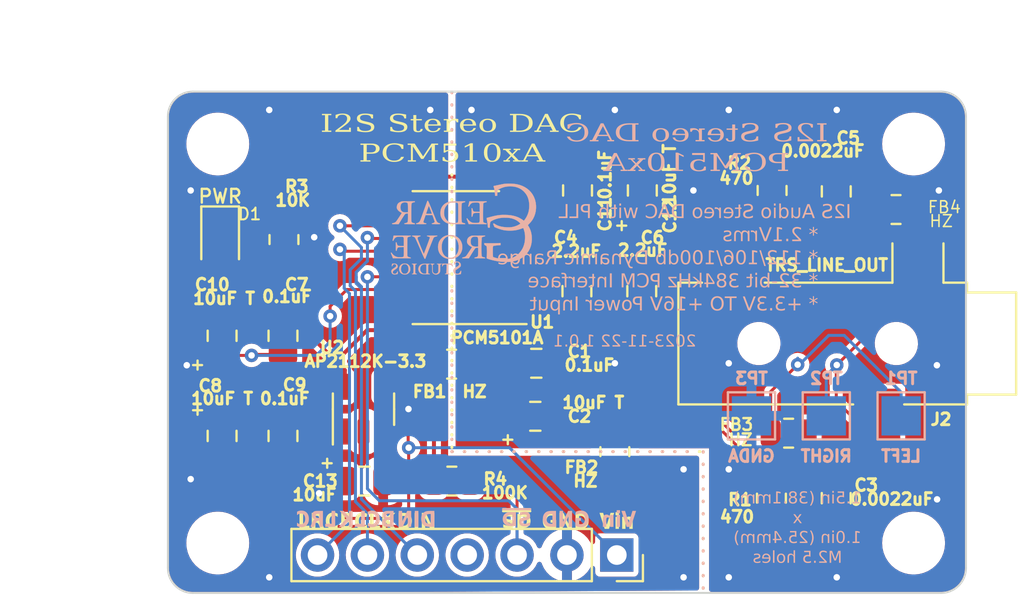
<source format=kicad_pcb>
(kicad_pcb (version 20221018) (generator pcbnew)
  (title_block (title "PCM510x_I2S_DAC Breakout") (date "2023-11-22") (rev "1.0.1") (company "Cedar Grove Studios"))
  (layers (0 "F.Cu" signal) (31 "B.Cu" signal) (34 "B.Paste" user) (35 "F.Paste" user) (36 "B.SilkS" user "B.Silkscreen") (37 "F.SilkS" user "F.Silkscreen") (38 "B.Mask" user) (39 "F.Mask" user) (44 "Edge.Cuts" user))
  (net 0 "")
  (net 1 "GND")
  (net 2 "Net-(C5-Pad1)")
  (net 3 "Net-(U1-CAPP)")
  (net 4 "Net-(U1-CAPM)")
  (net 5 "Net-(C3-Pad1)")
  (net 6 "/LDOO")
  (net 7 "Net-(U1-VNEG)")
  (net 8 "+3.3V")
  (net 9 "+3.3VA")
  (net 10 "/DIN")
  (net 11 "/BCLK")
  (net 12 "/LRC")
  (net 13 "Net-(D1-A)")
  (net 14 "/~{SD}")
  (net 16 "/OUTL")
  (net 17 "/OUTR")
  (net 18 "GNDA")
  (net 19 "/Vin")
  (net 21 "Net-(FB3-Pad2)")
  (net 22 "Net-(FB4-Pad2)")
  (footprint "LED_SMD:LED_0805_2012Metric" (layer "F.Cu") (at 119.5 98.6 -90)
    (fp_text reference "D1" (at -1.3 -1.5 -180) (layer "F.SilkS") (effects (font (size 0.6 0.6) (thickness 0.1))))
    (fp_text value "PWR" (at -2.2 0) (layer "F.SilkS") (effects (font (size 0.7 0.7) (thickness 0.12) bold)))
    (pad "1" smd roundrect (at -0.9375 0 270) (size 0.975 1.4) (layers "F.Cu" "F.Paste" "F.Mask") (net 1 "GND"))
    (pad "2" smd roundrect (at 0.9375 0 270) (size 0.975 1.4) (layers "F.Cu" "F.Paste" "F.Mask") (net 13 "Net-(D1-A)"))
  )
  (footprint "MountingHole:MountingHole_2.7mm_M2.5" (layer "F.Cu") (at 119.38 93.735129)
    (fp_text reference "REF**" hide)
    (fp_text value "MountingHole_2.7mm_M2.5" hide)
    (pad "" np_thru_hole circle (at 0 0) (size 2.7 2.7) (drill 2.7) (layers "*.Cu" "*.Mask"))
  )
  (footprint "MountingHole:MountingHole_2.7mm_M2.5" (layer "F.Cu") (at 119.38 114.055129)
    (fp_text reference "REF**" hide)
    (fp_text value "MountingHole_2.7mm_M2.5" hide)
    (pad "" np_thru_hole circle (at 0 0) (size 2.7 2.7) (drill 2.7) (layers "*.Cu" "*.Mask"))
  )
  (footprint "Resistor_SMD:R_0805_2012Metric" (layer "F.Cu") (at 122.75 98.6 90)
    (fp_text reference "R3" (at 2.7 0.65 180) (layer "F.SilkS") (effects (font (size 0.6 0.6))))
    (fp_text value "10K" (at 2 0.45 180) (layer "F.SilkS") (effects (font (size 0.6 0.6))))
    (pad "1" smd roundrect (at -0.9125 0 90) (size 1.025 1.4) (layers "F.Cu" "F.Paste" "F.Mask") (roundrect_rratio 0.243902439) (net 8 "+3.3V"))
    (pad "2" smd roundrect (at 0.9125 0 90) (size 1.025 1.4) (layers "F.Cu" "F.Paste" "F.Mask") (roundrect_rratio 0.243902439) (net 13 "Net-(D1-A)"))
  )
  (footprint "Resistor_SMD:R_0805_2012Metric" (layer "F.Cu") (at 147.574 111.769129 -90)
    (fp_text reference "R1" (at 0.080871 1.604) (layer "F.SilkS") (effects (font (size 0.6 0.6))))
    (fp_text value "470" (at 0.950871 1.754) (layer "F.SilkS") (effects (font (size 0.6 0.6))))
    (pad "1" smd roundrect (at -0.9125 0 270) (size 1.025 1.4) (layers "F.Cu" "F.Paste" "F.Mask") (roundrect_rratio 0.243902439) (net 16 "/OUTL"))
    (pad "2" smd roundrect (at 0.9125 0 270) (size 1.025 1.4) (layers "F.Cu" "F.Paste" "F.Mask") (roundrect_rratio 0.243902439) (net 5 "Net-(C3-Pad1)"))
  )
  (footprint "Resistor_SMD:R_0805_2012Metric" (layer "F.Cu") (at 131.2875 104.946129)
    (fp_text reference "FB1" (at -1.1195 1.397 180) (layer "F.SilkS") (effects (font (size 0.6 0.6))))
    (fp_text value "HZ" (at 1.1665 1.397 180) (layer "F.SilkS") (effects (font (size 0.6 0.6))))
    (pad "1" smd roundrect (at -0.9125 0) (size 1.025 1.4) (layers "F.Cu" "F.Paste" "F.Mask") (roundrect_rratio 0.243902439) (net 8 "+3.3V"))
    (pad "2" smd roundrect (at 0.9125 0) (size 1.025 1.4) (layers "F.Cu" "F.Paste" "F.Mask") (roundrect_rratio 0.243902439) (net 9 "+3.3VA"))
  )
  (footprint "Resistor_SMD:R_0805_2012Metric" (layer "F.Cu") (at 153.92 97.07 180)
    (fp_text reference "FB4" (at -2.46 0.12) (layer "F.SilkS") (effects (font (size 0.6 0.6) (thickness 0.08))))
    (fp_text value "HZ" (at -2.3 -0.59) (layer "F.SilkS") (effects (font (size 0.6 0.6) (thickness 0.08))))
    (pad "1" smd roundrect (at -0.9125 0 180) (size 1.025 1.4) (layers "F.Cu" "F.Paste" "F.Mask") (roundrect_rratio 0.243902439) (net 2 "Net-(C5-Pad1)"))
    (pad "2" smd roundrect (at 0.9125 0 180) (size 1.025 1.4) (layers "F.Cu" "F.Paste" "F.Mask") (roundrect_rratio 0.243902439) (net 22 "Net-(FB4-Pad2)"))
  )
  (footprint "Capacitor_SMD:C_0805_2012Metric" (layer "F.Cu") (at 135.55 107.6)
    (fp_text reference "C2" (at 2.25 0 180) (layer "F.SilkS") (effects (font (size 0.6 0.6))))
    (fp_text value "10uF T" (at 2.95 -0.7 180) (layer "F.SilkS") (effects (font (size 0.6 0.6))))
    (pad "1" smd roundrect (at -0.95 0) (size 1 1.45) (layers "F.Cu" "F.Paste" "F.Mask") (net 9 "+3.3VA"))
    (pad "2" smd roundrect (at 0.95 0) (size 1 1.45) (layers "F.Cu" "F.Paste" "F.Mask") (net 18 "GNDA"))
  )
  (footprint "MountingHole:MountingHole_2.7mm_M2.5" (layer "F.Cu") (at 154.813 93.735129)
    (fp_text reference "REF**" hide)
    (fp_text value "MountingHole_2.7mm_M2.5" hide)
    (pad "" np_thru_hole circle (at 0 0) (size 2.7 2.7) (drill 2.7) (layers "*.Cu" "*.Mask"))
  )
  (footprint "Capacitor_SMD:C_0805_2012Metric" (layer "F.Cu") (at 119.6 108.6 -90)
    (fp_text reference "C10" (at -7.7 0.5) (layer "F.SilkS") (effects (font (size 0.6 0.6))))
    (fp_text value "10uF T" (at -1.9 0) (layer "F.SilkS") (effects (font (size 0.6 0.6))))
    (pad "1" smd roundrect (at -0.95 0 270) (size 1 1.45) (layers "F.Cu" "F.Paste" "F.Mask") (net 8 "+3.3V"))
    (pad "2" smd roundrect (at 0.95 0 270) (size 1 1.45) (layers "F.Cu" "F.Paste" "F.Mask") (net 1 "GND"))
  )
  (footprint "Capacitor_SMD:C_0805_2012Metric" (layer "F.Cu") (at 135.6 104.9)
    (fp_text reference "C1" (at 2.2 -0.6 180) (layer "F.SilkS") (effects (font (size 0.6 0.6))))
    (fp_text value "0.1uF" (at 2.7 0.1 180) (layer "F.SilkS") (effects (font (size 0.6 0.6))))
    (pad "1" smd roundrect (at -0.95 0) (size 1 1.45) (layers "F.Cu" "F.Paste" "F.Mask") (net 9 "+3.3VA"))
    (pad "2" smd roundrect (at 0.95 0) (size 1 1.45) (layers "F.Cu" "F.Paste" "F.Mask") (net 18 "GNDA"))
  )
  (footprint "Capacitor_SMD:C_0805_2012Metric" (layer "F.Cu") (at 126.85 110.9)
    (fp_text reference "C13" (at -2.25 0) (layer "F.SilkS") (effects (font (size 0.6 0.6))))
    (fp_text value "10uF" (at -2.55 0.7) (layer "F.SilkS") (effects (font (size 0.6 0.6))))
    (pad "1" smd roundrect (at -0.95 0) (size 1 1.45) (layers "F.Cu" "F.Paste" "F.Mask") (net 19 "/Vin"))
    (pad "2" smd roundrect (at 0.95 0) (size 1 1.45) (layers "F.Cu" "F.Paste" "F.Mask") (net 1 "GND"))
  )
  (footprint "Resistor_SMD:R_0805_2012Metric" (layer "F.Cu") (at 131.3 110.9)
    (fp_text reference "R4" (at 2.2098 -0.1) (layer "F.SilkS") (effects (font (size 0.6 0.6))))
    (fp_text value "100K" (at 2.7 0.6) (layer "F.SilkS") (effects (font (size 0.6 0.6))))
    (pad "1" smd roundrect (at -0.9125 0) (size 1.025 1.4) (layers "F.Cu" "F.Paste" "F.Mask") (roundrect_rratio 0.243902439) (net 8 "+3.3V"))
    (pad "2" smd roundrect (at 0.9125 0) (size 1.025 1.4) (layers "F.Cu" "F.Paste" "F.Mask") (roundrect_rratio 0.243902439) (net 14 "/~{SD}"))
  )
  (footprint "Capacitor_SMD:C_0805_2012Metric" (layer "F.Cu") (at 140.97 101.228129 -90)
    (fp_text reference "C6" (at -2.728129 -0.546) (layer "F.SilkS") (effects (font (size 0.6 0.6))))
    (fp_text value "2.2uF" (at -2.084 -0.038) (layer "F.SilkS") (effects (font (size 0.6 0.6))))
    (pad "1" smd roundrect (at -0.95 0 270) (size 1 1.45) (layers "F.Cu" "F.Paste" "F.Mask") (net 7 "Net-(U1-VNEG)"))
    (pad "2" smd roundrect (at 0.95 0 270) (size 1 1.45) (layers "F.Cu" "F.Paste" "F.Mask") (net 18 "GNDA"))
  )
  (footprint "Connector_PinSocket_2.54mm:PinSocket_1x07_P2.54mm_Vertical" (layer "F.Cu") (at 139.7 114.665129 -90)
    (fp_text reference "J1" hide)
    (fp_text value "EDGE_PINS" hide)
    (pad "1" thru_hole rect (at 0 0 270) (size 1.7 1.7) (drill 1) (layers "*.Cu" "*.Mask") (net 19 "/Vin"))
    (pad "2" thru_hole oval (at 0 2.54 270) (size 1.7 1.7) (drill 1) (layers "*.Cu" "*.Mask") (net 1 "GND"))
    (pad "3" thru_hole oval (at 0 5.08 270) (size 1.7 1.7) (drill 1) (layers "*.Cu" "*.Mask") (net 14 "/~{SD}"))
    (pad "4" thru_hole oval (at 0 7.62 270) (size 1.7 1.7) (drill 1) (layers "*.Cu" "*.Mask"))
    (pad "5" thru_hole oval (at 0 10.16 270) (size 1.7 1.7) (drill 1) (layers "*.Cu" "*.Mask") (net 10 "/DIN"))
    (pad "6" thru_hole oval (at 0 12.7 270) (size 1.7 1.7) (drill 1) (layers "*.Cu" "*.Mask") (net 11 "/BCLK"))
    (pad "7" thru_hole oval (at 0 15.24 270) (size 1.7 1.7) (drill 1) (layers "*.Cu" "*.Mask") (net 12 "/LRC"))
  )
  (footprint "Capacitor_SMD:C_0805_2012Metric" (layer "F.Cu") (at 122.7 103.5 90)
    (fp_text reference "C7" (at 2.6 0.7) (layer "F.SilkS") (effects (font (size 0.6 0.6))))
    (fp_text value "0.1uF" (at 2 0.2) (layer "F.SilkS") (effects (font (size 0.6 0.6))))
    (pad "1" smd roundrect (at -0.95 0 90) (size 1 1.45) (layers "F.Cu" "F.Paste" "F.Mask") (net 6 "/LDOO"))
    (pad "2" smd roundrect (at 0.95 0 90) (size 1 1.45) (layers "F.Cu" "F.Paste" "F.Mask") (net 1 "GND"))
  )
  (footprint "Resistor_SMD:R_0805_2012Metric" (layer "F.Cu") (at 148.45 108.46 180)
    (fp_text reference "FB3" (at 2.66 0.44) (layer "F.SilkS") (effects (font (size 0.6 0.6) (thickness 0.125))))
    (fp_text value "HZ" (at 2.45 -0.34) (layer "F.SilkS") (effects (font (size 0.6 0.6) (thickness 0.125))))
    (pad "1" smd roundrect (at -0.9125 0 180) (size 1.025 1.4) (layers "F.Cu" "F.Paste" "F.Mask") (roundrect_rratio 0.243902439) (net 5 "Net-(C3-Pad1)"))
    (pad "2" smd roundrect (at 0.9125 0 180) (size 1.025 1.4) (layers "F.Cu" "F.Paste" "F.Mask") (roundrect_rratio 0.243902439) (net 21 "Net-(FB3-Pad2)"))
  )
  (footprint "Capacitor_SMD:C_0805_2012Metric" (layer "F.Cu") (at 137.7 96.1 90)
    (fp_text reference "C11" (at -1.2 1.4 90) (layer "F.SilkS") (effects (font (size 0.6 0.6))))
    (fp_text value "0.1uF" (at 0.8 1.4 90) (layer "F.SilkS") (effects (font (size 0.6 0.6))))
    (pad "1" smd roundrect (at -0.95 0 90) (size 1 1.45) (layers "F.Cu" "F.Paste" "F.Mask") (net 9 "+3.3VA"))
    (pad "2" smd roundrect (at 0.95 0 90) (size 1 1.45) (layers "F.Cu" "F.Paste" "F.Mask") (net 18 "GNDA"))
  )
  (footprint "Package_SO:TSSOP-20_4.4x6.5mm_P0.65mm" (layer "F.Cu") (at 131.5035 99.5198 180)
    (fp_text reference "U1" (at -4.3965 -3.2802) (layer "F.SilkS") (effects (font (size 0.6 0.6))))
    (fp_text value "PCM5101A" (at -2.0965 -4.0802) (layer "F.SilkS") (effects (font (size 0.6 0.6))))
    (pad "1" smd roundrect (at -2.8625 -2.925 180) (size 1.475 0.4) (layers "F.Cu" "F.Paste" "F.Mask") (net 9 "+3.3VA"))
    (pad "2" smd roundrect (at -2.8625 -2.275 180) (size 1.475 0.4) (layers "F.Cu" "F.Paste" "F.Mask") (net 3 "Net-(U1-CAPP)"))
    (pad "3" smd roundrect (at -2.8625 -1.625 180) (size 1.475 0.4) (layers "F.Cu" "F.Paste" "F.Mask") (net 18 "GNDA"))
    (pad "4" smd roundrect (at -2.8625 -0.975 180) (size 1.475 0.4) (layers "F.Cu" "F.Paste" "F.Mask") (net 4 "Net-(U1-CAPM)"))
    (pad "5" smd roundrect (at -2.8625 -0.325 180) (size 1.475 0.4) (layers "F.Cu" "F.Paste" "F.Mask") (net 7 "Net-(U1-VNEG)"))
    (pad "6" smd roundrect (at -2.8625 0.325 180) (size 1.475 0.4) (layers "F.Cu" "F.Paste" "F.Mask") (net 16 "/OUTL"))
    (pad "7" smd roundrect (at -2.8625 0.975 180) (size 1.475 0.4) (layers "F.Cu" "F.Paste" "F.Mask") (net 17 "/OUTR"))
    (pad "8" smd roundrect (at -2.8625 1.625 180) (size 1.475 0.4) (layers "F.Cu" "F.Paste" "F.Mask") (net 9 "+3.3VA"))
    (pad "9" smd roundrect (at -2.8625 2.275 180) (size 1.475 0.4) (layers "F.Cu" "F.Paste" "F.Mask") (net 18 "GNDA"))
    (pad "10" smd roundrect (at -2.8625 2.925 180) (size 1.475 0.4) (layers "F.Cu" "F.Paste" "F.Mask") (net 1 "GND"))
    (pad "11" smd roundrect (at 2.8625 2.925 180) (size 1.475 0.4) (layers "F.Cu" "F.Paste" "F.Mask") (net 1 "GND"))
    (pad "12" smd roundrect (at 2.8625 2.275 180) (size 1.475 0.4) (layers "F.Cu" "F.Paste" "F.Mask") (net 1 "GND"))
    (pad "13" smd roundrect (at 2.8625 1.625 180) (size 1.475 0.4) (layers "F.Cu" "F.Paste" "F.Mask") (net 11 "/BCLK"))
    (pad "14" smd roundrect (at 2.8625 0.975 180) (size 1.475 0.4) (layers "F.Cu" "F.Paste" "F.Mask") (net 10 "/DIN"))
    (pad "15" smd roundrect (at 2.8625 0.325 180) (size 1.475 0.4) (layers "F.Cu" "F.Paste" "F.Mask") (net 12 "/LRC"))
    (pad "16" smd roundrect (at 2.8625 -0.325 180) (size 1.475 0.4) (layers "F.Cu" "F.Paste" "F.Mask") (net 1 "GND"))
    (pad "17" smd roundrect (at 2.8625 -0.975 180) (size 1.475 0.4) (layers "F.Cu" "F.Paste" "F.Mask") (net 14 "/~{SD}"))
    (pad "18" smd roundrect (at 2.8625 -1.625 180) (size 1.475 0.4) (layers "F.Cu" "F.Paste" "F.Mask") (net 6 "/LDOO"))
    (pad "19" smd roundrect (at 2.8625 -2.275 180) (size 1.475 0.4) (layers "F.Cu" "F.Paste" "F.Mask") (net 1 "GND"))
    (pad "20" smd roundrect (at 2.8625 -2.925 180) (size 1.475 0.4) (layers "F.Cu" "F.Paste" "F.Mask") (net 8 "+3.3V"))
  )
  (footprint "Connector_Audio:Jack_3.5mm_CUI_SJ-3523-SMT_Horizontal" (layer "F.Cu") (at 151.435 103.895129 -90)
    (fp_text reference "J2" (at 3.8608 -4.775) (layer "F.SilkS") (effects (font (size 0.6 0.6))))
    (fp_text value "TRS_LINE_OUT" (at -3.995129 1.045) (layer "F.SilkS") (effects (font (size 0.6 0.6))))
    (pad "" np_thru_hole circle (at 0 -2.5 270) (size 1.7 1.7) (drill 1.7) (layers "*.Cu" "*.Mask"))
    (pad "" np_thru_hole circle (at 0 4.5 270) (size 1.7 1.7) (drill 1.7) (layers "*.Cu" "*.Mask"))
    (pad "R" smd rect (at 3.7 -1.6 270) (size 2.8 2.2) (layers "F.Cu" "F.Paste" "F.Mask") (net 22 "Net-(FB4-Pad2)"))
    (pad "S" smd rect (at -3.7 -3.6 270) (size 2.8 2.2) (layers "F.Cu" "F.Paste" "F.Mask") (net 18 "GNDA"))
    (pad "T" smd rect (at -3.7 5.8 270) (size 2.8 2.8) (layers "F.Cu" "F.Paste" "F.Mask") (net 21 "Net-(FB3-Pad2)"))
  )
  (footprint "Capacitor_SMD:C_0805_2012Metric" (layer "F.Cu") (at 137.668 101.228129 -90)
    (fp_text reference "C4" (at -2.728129 0.568) (layer "F.SilkS") (effects (font (size 0.6 0.6))))
    (fp_text value "2.2uF" (at -2.032 0.038) (layer "F.SilkS") (effects (font (size 0.6 0.6))))
    (pad "1" smd roundrect (at -0.95 0 270) (size 1 1.45) (layers "F.Cu" "F.Paste" "F.Mask") (net 4 "Net-(U1-CAPM)"))
    (pad "2" smd roundrect (at 0.95 0 270) (size 1 1.45) (layers "F.Cu" "F.Paste" "F.Mask") (net 3 "Net-(U1-CAPP)"))
  )
  (footprint "Resistor_SMD:R_0805_2012Metric" (layer "F.Cu") (at 147.608 96.100129 90)
    (fp_text reference "R2" (at 1.390129 -1.668) (layer "F.SilkS") (effects (font (size 0.6 0.6))))
    (fp_text value "470" (at 0.620129 -1.818) (layer "F.SilkS") (effects (font (size 0.6 0.6))))
    (pad "1" smd roundrect (at -0.9125 0 90) (size 1.025 1.4) (layers "F.Cu" "F.Paste" "F.Mask") (roundrect_rratio 0.243902439) (net 17 "/OUTR"))
    (pad "2" smd roundrect (at 0.9125 0 90) (size 1.025 1.4) (layers "F.Cu" "F.Paste" "F.Mask") (roundrect_rratio 0.243902439) (net 2 "Net-(C5-Pad1)"))
  )
  (footprint "Resistor_SMD:R_0805_2012Metric" (layer "F.Cu") (at 139.6 109.4 90)
    (fp_text reference "FB2" (at -0.8 -1.7 180) (layer "F.SilkS") (effects (font (size 0.6 0.6))))
    (fp_text value "HZ" (at -1.5 -1.5 180) (layer "F.SilkS") (effects (font (size 0.6 0.6))))
    (pad "1" smd roundrect (at -0.9125 0 90) (size 1.025 1.4) (layers "F.Cu" "F.Paste" "F.Mask") (roundrect_rratio 0.243902439) (net 1 "GND"))
    (pad "2" smd roundrect (at 0.9125 0 90) (size 1.025 1.4) (layers "F.Cu" "F.Paste" "F.Mask") (roundrect_rratio 0.243902439) (net 18 "GNDA"))
  )
  (footprint "Capacitor_SMD:C_0805_2012Metric" (layer "F.Cu") (at 122.7 108.6 -90)
    (fp_text reference "C9" (at -2.6 -0.595) (layer "F.SilkS") (effects (font (size 0.6 0.6))))
    (fp_text value "0.1uF" (at -1.9 -0.087) (layer "F.SilkS") (effects (font (size 0.6 0.6))))
    (pad "1" smd roundrect (at -0.95 0 270) (size 1 1.45) (layers "F.Cu" "F.Paste" "F.Mask") (net 8 "+3.3V"))
    (pad "2" smd roundrect (at 0.95 0 270) (size 1 1.45) (layers "F.Cu" "F.Paste" "F.Mask") (net 1 "GND"))
  )
  (footprint "Capacitor_SMD:C_0805_2012Metric" (layer "F.Cu") (at 150.874 111.769129 -90)
    (fp_text reference "C3" (at -0.659129 -1.526) (layer "F.SilkS") (effects (font (size 0.6 0.6))))
    (fp_text value "0.0022uF" (at 0.050871 -2.826) (layer "F.SilkS") (effects (font (size 0.6 0.6))))
    (pad "1" smd roundrect (at -0.95 0 270) (size 1 1.45) (layers "F.Cu" "F.Paste" "F.Mask") (net 5 "Net-(C3-Pad1)"))
    (pad "2" smd roundrect (at 0.95 0 270) (size 1 1.45) (layers "F.Cu" "F.Paste" "F.Mask") (net 18 "GNDA"))
  )
  (footprint "Capacitor_SMD:C_0805_2012Metric" (layer "F.Cu") (at 150.876 96.148129 -90)
    (fp_text reference "C5" (at -2.7178 -0.6096) (layer "F.SilkS") (effects (font (size 0.6 0.6))))
    (fp_text value "0.0022uF" (at -2.0574 0.6858) (layer "F.SilkS") (effects (font (size 0.6 0.6))))
    (pad "1" smd roundrect (at -0.95 0 270) (size 1 1.45) (layers "F.Cu" "F.Paste" "F.Mask") (net 2 "Net-(C5-Pad1)"))
    (pad "2" smd roundrect (at 0.95 0 270) (size 1 1.45) (layers "F.Cu" "F.Paste" "F.Mask") (net 18 "GNDA"))
  )
  (footprint "Capacitor_SMD:C_0805_2012Metric" (layer "F.Cu") (at 119.6 103.5 90)
    (fp_text reference "C8" (at -2.551 -0.6) (layer "F.SilkS") (effects (font (size 0.6 0.6))))
    (fp_text value "10uF T" (at 1.9 0.1) (layer "F.SilkS") (effects (font (size 0.6 0.6))))
    (pad "1" smd roundrect (at -0.95 0 90) (size 1 1.45) (layers "F.Cu" "F.Paste" "F.Mask") (net 6 "/LDOO"))
    (pad "2" smd roundrect (at 0.95 0 90) (size 1 1.45) (layers "F.Cu" "F.Paste" "F.Mask") (net 1 "GND"))
  )
  (footprint "MountingHole:MountingHole_2.7mm_M2.5" (layer "F.Cu") (at 154.813 114.055129)
    (fp_text reference "REF**" hide)
    (fp_text value "MountingHole_2.7mm_M2.5" hide)
    (pad "" np_thru_hole circle (at 0 0) (size 2.7 2.7) (drill 2.7) (layers "*.Cu" "*.Mask"))
  )
  (footprint "Package_TO_SOT_SMD:SOT-23-5" (layer "F.Cu") (at 126.8 107.2375 90)
    (fp_text reference "U2" (at 3.1375 -1.6 180) (layer "F.SilkS") (effects (font (size 0.6 0.6))))
    (fp_text value "AP2112K-3.3" (at 2.4375 0.1 180) (layer "F.SilkS") (effects (font (size 0.6 0.6))))
    (pad "1" smd roundrect (at -1.1375 -0.95 90) (size 1.325 0.6) (layers "F.Cu" "F.Paste" "F.Mask") (net 19 "/Vin"))
    (pad "2" smd roundrect (at -1.1375 0 90) (size 1.325 0.6) (layers "F.Cu" "F.Paste" "F.Mask") (net 1 "GND"))
    (pad "3" smd roundrect (at -1.1375 0.95 90) (size 1.325 0.6) (layers "F.Cu" "F.Paste" "F.Mask") (net 19 "/Vin"))
    (pad "4" smd roundrect (at 1.1375 0.95 90) (size 1.325 0.6) (layers "F.Cu" "F.Paste" "F.Mask"))
    (pad "5" smd roundrect (at 1.1375 -0.95 90) (size 1.325 0.6) (layers "F.Cu" "F.Paste" "F.Mask") (net 8 "+3.3V"))
  )
  (footprint "Capacitor_SMD:C_0805_2012Metric" (layer "F.Cu") (at 141 96.1 90)
    (fp_text reference "C12" (at -1.3 1.4 270) (layer "F.SilkS") (effects (font (size 0.6 0.6))))
    (fp_text value "10uF T" (at 0.8 1.3804 90) (layer "F.SilkS") (effects (font (size 0.6 0.6))))
    (pad "1" smd roundrect (at -0.95 0 90) (size 1 1.45) (layers "F.Cu" "F.Paste" "F.Mask") (net 9 "+3.3VA"))
    (pad "2" smd roundrect (at 0.95 0 90) (size 1 1.45) (layers "F.Cu" "F.Paste" "F.Mask") (net 18 "GNDA"))
  )
  (footprint "TestPoint:TestPoint_Pad_2.0x2.0mm" (layer "B.Cu") (at 154.178 107.578129 180)
    (fp_text reference "TP1" (at 0 1.905) (layer "B.SilkS") (effects (font (size 0.6 0.6)) (justify mirror)))
    (fp_text value "LEFT" (at 0 -2.05) (layer "B.SilkS") (effects (font (size 0.6 0.6) (thickness 0.15) bold) (justify mirror)))
    (pad "1" smd rect (at 0 0 180) (size 2 2) (layers "B.Cu" "B.Mask") (net 21 "Net-(FB3-Pad2)"))
  )
  (footprint "CedarGrove_custom:CedarGroveStudios_TEXT_LOGO_8x5_4mm" (layer "B.Cu") (at 131.826 98.044 180)
    (fp_text reference "G***" hide)
    (fp_text value "LOGO" hide)
  )
  (footprint "TestPoint:TestPoint_Pad_2.0x2.0mm" (layer "B.Cu") (at 150.368 107.578129 180)
    (fp_text reference "TP2" (at 0 1.905) (layer "B.SilkS") (effects (font (size 0.6 0.6)) (justify mirror)))
    (fp_text value "RIGHT" (at 0 -2.05) (layer "B.SilkS") (effects (font (size 0.6 0.6) (thickness 0.15) bold) (justify mirror)))
    (pad "1" smd rect (at 0 0 180) (size 2 2) (layers "B.Cu" "B.Mask") (net 22 "Net-(FB4-Pad2)"))
  )
  (footprint "TestPoint:TestPoint_Pad_2.0x2.0mm" (layer "B.Cu") (at 146.558 107.578129 180)
    (fp_text reference "TP3" (at 0 1.905) (layer "B.SilkS") (effects (font (size 0.6 0.6)) (justify mirror)))
    (fp_text value "GNDA" (at 0 -2.05) (layer "B.SilkS") (effects (font (size 0.6 0.6) (thickness 0.15) bold) (justify mirror)))
    (pad "1" smd rect (at 0 0 180) (size 2 2) (layers "B.Cu" "B.Mask") (net 18 "GNDA"))
  )
  (gr_line (start 131.3 109.4) (end 143.8 109.4) (stroke (width 0.15) (type dot)) (layer "B.SilkS"))
  (gr_line (start 131.3 91.1) (end 131.3 96.3) (stroke (width 0.15) (type dot)) (layer "B.SilkS"))
  (gr_line (start 131.3 101.2) (end 131.3 109.4) (stroke (width 0.15) (type dot)) (layer "B.SilkS"))
  (gr_line (start 144.1 109.4) (end 144.1 116.6) (stroke (width 0.15) (type dot)) (layer "B.SilkS"))
  (gr_line (start 131.3 95.3) (end 131.3 109.4) (stroke (width 0.15) (type dot)) (layer "F.SilkS"))
  (gr_line (start 144.1 109.4) (end 144.1 116.4) (stroke (width 0.15) (type dot)) (layer "F.SilkS"))
  (gr_line (start 131.3 109.4) (end 144.1 109.4) (stroke (width 0.15) (type dot)) (layer "F.SilkS"))
  (gr_line (start 157.48 115.325129) (end 157.48 92.338129) (stroke (width 0.1)) (layer "Edge.Cuts"))
  (gr_arc (start 118.110169 116.595298) (mid 117.212034 116.223265) (end 116.84 115.325129) (stroke (width 0.1)) (layer "Edge.Cuts"))
  (gr_line (start 116.84 92.338129) (end 116.84 115.325129) (stroke (width 0.1)) (layer "Edge.Cuts"))
  (gr_arc (start 157.48 115.325129) (mid 157.107978 116.223285) (end 156.209831 116.595298) (stroke (width 0.1)) (layer "Edge.Cuts"))
  (gr_arc (start 156.209831 91.06796) (mid 157.107956 91.439995) (end 157.48 92.338129) (stroke (width 0.1)) (layer "Edge.Cuts"))
  (gr_line (start 156.209831 91.06796) (end 118.11 91.06796) (stroke (width 0.1)) (layer "Edge.Cuts"))
  (gr_line (start 156.209831 116.595298) (end 118.11 116.595298) (stroke (width 0.1)) (layer "Edge.Cuts"))
  (gr_arc (start 116.84 92.338129) (mid 117.212046 91.44001) (end 118.110169 91.06796) (stroke (width 0.1)) (layer "Edge.Cuts"))
  (gr_text "I2S Audio Stereo DAC with PLL\n	* 2.1Vrms\n	* 112/106/100db Dynamic Range\n	* 32-bit 384kHz PCM Interface\n	* +3.3V TO +16V Power Input" (at 151.638 99.568) (layer "B.SilkS") (effects (font (size 0.7 0.7) (thickness 0.0875)) (justify left mirror)))
  (gr_text "LRC" (at 124.4 112.9) (layer "B.SilkS") (effects (font (size 0.8 0.7) (thickness 0.12) bold) (justify mirror)))
  (gr_text "Vin" (at 139.8 112.9) (layer "B.SilkS") (effects (font (size 0.8 0.7) (thickness 0.12) bold) (justify mirror)))
  (gr_text "I2S Stereo DAC\nPCM510xA" (at 143.764 93.98) (layer "B.SilkS") (effects (font (size 0.9 1.2) (thickness 0.0875)) (justify mirror)))
  (gr_text "2023-11-22 1.0.1" (at 140.1 103.8) (layer "B.SilkS") (effects (font (size 0.6 0.6) (thickness 0.075)) (justify mirror)))
  (gr_text "BCLK" (at 127 112.9) (layer "B.SilkS") (effects (font (size 0.8 0.7) (thickness 0.12) bold) (justify mirror)))
  (gr_text "1.5in (38.1mm)\nx\n1.0in (25.4mm)\nM2.5 holes" (at 148.9 113.3) (layer "B.SilkS") (effects (font (size 0.6 0.6) (thickness 0.075)) (justify mirror)))
  (gr_text "~{SD}" (at 134.6 112.9) (layer "B.SilkS") (effects (font (size 0.7 0.7) (thickness 0.12) bold) (justify mirror)))
  (gr_text "DIN" (at 129.5 112.9) (layer "B.SilkS") (effects (font (size 0.8 0.7) (thickness 0.12) bold) (justify mirror)))
  (gr_text "GND" (at 137.1 112.9) (layer "B.SilkS") (effects (font (size 0.8 0.7) (thickness 0.12) bold) (justify mirror)))
  (gr_text "BCLK" (at 127 113) (layer "F.SilkS") (effects (font (size 0.8 0.7) (thickness 0.12) bold)))
  (gr_text "+" (at 133.7 109.1) (layer "F.SilkS") (effects (font (size 0.6 0.6) (thickness 0.12) bold) (justify left bottom)))
  (gr_text "Vin" (at 139.7 113) (layer "F.SilkS") (effects (font (size 0.8 0.7) (thickness 0.12) bold)))
  (gr_text "GND" (at 137.1 113) (layer "F.SilkS") (effects (font (size 0.8 0.7) (thickness 0.12) bold)))
  (gr_text "+" (at 124.5 110.3) (layer "F.SilkS") (effects (font (size 0.6 0.6) (thickness 0.12) bold) (justify left bottom)))
  (gr_text "+" (at 139.5 98.2) (layer "F.SilkS") (effects (font (size 0.6 0.6) (thickness 0.12) bold) (justify left bottom)))
  (gr_text "I2S Stereo DAC\nPCM510xA" (at 131.3 93.5) (layer "F.SilkS") (effects (font (size 0.9 1.2) (thickness 0.0875))))
  (gr_text "+" (at 117.9 107.6) (layer "F.SilkS") (effects (font (size 0.6 0.6) (thickness 0.12) bold) (justify left bottom)))
  (gr_text "DIN" (at 129.5 113) (layer "F.SilkS") (effects (font (size 0.8 0.7) (thickness 0.12) bold)))
  (gr_text "~{SD}" (at 134.6 113) (layer "F.SilkS") (effects (font (size 0.7 0.7) (thickness 0.12) bold)))
  (gr_text "LRC" (at 124.5 113) (layer "F.SilkS") (effects (font (size 0.8 0.7) (thickness 0.12) bold)))
  (gr_text "+" (at 117.9 105.3) (layer "F.SilkS") (effects (font (size 0.6 0.6) (thickness 0.12) bold) (justify left bottom)))
  (segment (start 134.366 96.066) (end 133.7 95.4) (width 0.2032) (layer "F.Cu") (net 1))
  (segment (start 134.366 96.5948) (end 134.366 96.066) (width 0.2032) (layer "F.Cu") (net 1))
  (segment (start 133.7 95.4) (end 130.7 95.4) (width 0.2032) (layer "F.Cu") (net 1))
  (via (at 143.1 110.3) (size 0.6858) (drill 0.3302) (layers "F.Cu" "B.Cu") (net 1))
  (via (at 124.54 111.52) (size 0.6858) (drill 0.3302) (layers "F.Cu" "B.Cu") (net 1))
  (via (at 117.8 105) (size 0.6858) (drill 0.3302) (layers "F.Cu" "B.Cu") (net 1))
  (via (at 122 92) (size 0.6858) (drill 0.3302) (layers "F.Cu" "B.Cu") (net 1))
  (via (at 118 96.1) (size 0.6858) (drill 0.3302) (layers "F.Cu" "B.Cu") (net 1))
  (via (at 130.2 92) (size 0.6858) (drill 0.3302) (layers "F.Cu" "B.Cu") (net 1))
  (via (at 124.29 98.48) (size 0.6858) (drill 0.3302) (layers "F.Cu" "B.Cu") (net 1))
  (via (at 122 115.8) (size 0.6858) (drill 0.3302) (layers "F.Cu" "B.Cu") (net 1))
  (via (at 118 110.8) (size 0.6858) (drill 0.3302) (layers "F.Cu" "B.Cu") (net 1))
  (via (at 129.09 107.23) (size 0.6858) (drill 0.3302) (layers "F.Cu" "B.Cu") (net 1))
  (via (at 143.1 115.8) (size 0.6858) (drill 0.3302) (layers "F.Cu" "B.Cu") (net 1))
  (segment (start 150.8655 95.187629) (end 150.876 95.198129) (width 0.1524) (layer "F.Cu") (net 2))
  (segment (start 147.608 95.187629) (end 150.8655 95.187629) (width 0.1524) (layer "F.Cu") (net 2))
  (segment (start 150.876 95.198129) (end 152.960629 95.198129) (width 0.1524) (layer "F.Cu") (net 2))
  (segment (start 152.960629 95.198129) (end 154.8325 97.07) (width 0.1524) (layer "F.Cu") (net 2))
  (segment (start 137.284671 101.7948) (end 137.668 102.178129) (width 0.1524) (layer "F.Cu") (net 3))
  (segment (start 134.366 101.7948) (end 137.284671 101.7948) (width 0.1524) (layer "F.Cu") (net 3))
  (segment (start 137.451329 100.4948) (end 134.366 100.4948) (width 0.1524) (layer "F.Cu") (net 4))
  (segment (start 137.668 100.278129) (end 137.451329 100.4948) (width 0.1524) (layer "F.Cu") (net 4))
  (segment (start 150.099129 110.819129) (end 149.3625 110.0825) (width 0.1524) (layer "F.Cu") (net 5))
  (segment (start 148.868371 112.681629) (end 149.3625 112.1875) (width 0.1524) (layer "F.Cu") (net 5))
  (segment (start 150.874 110.819129) (end 150.099129 110.819129) (width 0.1524) (layer "F.Cu") (net 5))
  (segment (start 149.3625 112.1875) (end 149.3625 109.78) (width 0.1524) (layer "F.Cu") (net 5))
  (segment (start 147.574 112.681629) (end 148.868371 112.681629) (width 0.1524) (layer "F.Cu") (net 5))
  (segment (start 150.111665 110.831665) (end 150.1242 110.819129) (width 0.1524) (layer "F.Cu") (net 5))
  (segment (start 149.3625 110.0825) (end 149.3625 109.78) (width 0.1524) (layer "F.Cu") (net 5))
  (segment (start 147.574 112.681629) (end 148.2617 112.681629) (width 0.1524) (layer "F.Cu") (net 5))
  (segment (start 149.3625 109.78) (end 149.3625 108.46) (width 0.1524) (layer "F.Cu") (net 5))
  (segment (start 121.1 104.5) (end 119.65 104.5) (width 0.1524) (layer "F.Cu") (net 6))
  (segment (start 125.05 102.55) (end 125.1 102.5) (width 0.1524) (layer "F.Cu") (net 6))
  (segment (start 122.7 104.45) (end 121.15 104.45) (width 0.1524) (layer "F.Cu") (net 6))
  (segment (start 128.641 101.1448) (end 125.9552 101.1448) (width 0.1524) (layer "F.Cu") (net 6))
  (segment (start 121.15 104.45) (end 121.1 104.5) (width 0.1524) (layer "F.Cu") (net 6))
  (segment (start 125.9552 101.1448) (end 125.1 102) (width 0.1524) (layer "F.Cu") (net 6))
  (segment (start 119.65 104.5) (end 119.6 104.45) (width 0.1524) (layer "F.Cu") (net 6))
  (segment (start 125.1 102) (end 125.1 102.5) (width 0.1524) (layer "F.Cu") (net 6))
  (via (at 121.1 104.5) (size 0.6858) (drill 0.3302) (layers "F.Cu" "B.Cu") (net 6))
  (via (at 125.1 102.5) (size 0.6858) (drill 0.3302) (layers "F.Cu" "B.Cu") (net 6))
  (segment (start 123.2 104.5) (end 121.2 104.5) (width 0.1524) (layer "B.Cu") (net 6))
  (segment (start 125.1 102.5) (end 125.1 103.8) (width 0.1524) (layer "B.Cu") (net 6))
  (segment (start 125.1 103.8) (end 124.4 104.5) (width 0.1524) (layer "B.Cu") (net 6))
  (segment (start 124.4 104.5) (end 123.2 104.5) (width 0.1524) (layer "B.Cu") (net 6))
  (segment (start 136.526252 98.8096) (end 140.2 98.8096) (width 0.1524) (layer "F.Cu") (net 7))
  (segment (start 134.366 99.8448) (end 135.491052 99.8448) (width 0.1524) (layer "F.Cu") (net 7))
  (segment (start 135.491052 99.8448) (end 136.526252 98.8096) (width 0.1524) (layer "F.Cu") (net 7))
  (segment (start 140.97 99.5796) (end 140.97 100.278129) (width 0.1524) (layer "F.Cu") (net 7))
  (segment (start 140.2 98.8096) (end 140.97 99.5796) (width 0.1524) (layer "F.Cu") (net 7))
  (segment (start 128.641 102.4448) (end 128.641 103.212129) (width 0.2032) (layer "F.Cu") (net 8))
  (segment (start 122.7 106.7) (end 123.3 106.1) (width 0.2032) (layer "F.Cu") (net 8))
  (segment (start 128.641 103.212129) (end 130.375 104.946129) (width 0.2032) (layer "F.Cu") (net 8))
  (segment (start 123.8125 99.5125) (end 124.2 99.9) (width 0.2032) (layer "F.Cu") (net 8))
  (segment (start 125.4 104.8) (end 126.987871 103.212129) (width 0.2032) (layer "F.Cu") (net 8))
  (segment (start 124.2 99.9) (end 124.2 103.6) (width 0.2032) (layer "F.Cu") (net 8))
  (segment (start 121.4 107.65) (end 122.7 107.65) (width 0.2032) (layer "F.Cu") (net 8))
  (segment (start 123.3 106.1) (end 125.85 106.1) (width 0.2032) (layer "F.Cu") (net 8))
  (segment (start 122.7 107.65) (end 122.7 106.7) (width 0.2032) (layer "F.Cu") (net 8))
  (segment (start 125.85 106.1) (end 125.85 105.25) (width 0.2032) (layer "F.Cu") (net 8))
  (segment (start 125.85 105.25) (end 125.4 104.8) (width 0.2032) (layer "F.Cu") (net 8))
  (segment (start 130.3875 104.958629) (end 130.375 104.946129) (width 0.2032) (layer "F.Cu") (net 8))
  (segment (start 126.987871 103.212129) (end 128.641 103.212129) (width 0.2032) (layer "F.Cu") (net 8))
  (segment (start 119.6 107.65) (end 121.4 107.65) (width 0.2032) (layer "F.Cu") (net 8))
  (segment (start 124.2 103.6) (end 125.4 104.8) (width 0.2032) (layer "F.Cu") (net 8))
  (segment (start 122.75 99.5125) (end 123.8125 99.5125) (width 0.2032) (layer "F.Cu") (net 8))
  (segment (start 130.3875 110.9) (end 130.3875 104.958629) (width 0.2032) (layer "F.Cu") (net 8))
  (segment (start 132.2 104.946129) (end 134.603871 104.946129) (width 0.2032) (layer "F.Cu") (net 9))
  (segment (start 136.931 97.819) (end 137.7 97.05) (width 0.2032) (layer "F.Cu") (net 9))
  (segment (start 134.65 102.7288) (end 134.366 102.4448) (width 0.2032) (layer "F.Cu") (net 9))
  (segment (start 134.4418 97.819) (end 136.931 97.819) (width 0.2032) (layer "F.Cu") (net 9))
  (segment (start 132.7052 97.8948) (end 134.366 97.8948) (width 0.2032) (layer "F.Cu") (net 9))
  (segment (start 134.6 107.6) (end 134.65 107.55) (width 0.2032) (layer "F.Cu") (net 9))
  (segment (start 134.366 97.8948) (end 134.4418 97.819) (width 0.2032) (layer "F.Cu") (net 9))
  (segment (start 134.65 107.55) (end 134.65 104.9) (width 0.2032) (layer "F.Cu") (net 9))
  (segment (start 134.603871 104.946129) (end 134.65 104.9) (width 0.2032) (layer "F.Cu") (net 9))
  (segment (start 132.2 104.946129) (end 132.2 98.4) (width 0.2032) (layer "F.Cu") (net 9))
  (segment (start 134.65 104.9) (end 134.65 102.7288) (width 0.2032) (layer "F.Cu") (net 9))
  (segment (start 132.2 98.4) (end 132.7052 97.8948) (width 0.2032) (layer "F.Cu") (net 9))
  (segment (start 137.7 97.05) (end 141 97.05) (width 0.2032) (layer "F.Cu") (net 9))
  (segment (start 127.0448 98.5448) (end 127 98.5) (width 0.1524) (layer "F.Cu") (net 10))
  (segment (start 128.641 98.5448) (end 127.0448 98.5448) (width 0.1524) (layer "F.Cu") (net 10))
  (via (at 127 98.5) (size 0.6858) (drill 0.3302) (layers "F.Cu" "B.Cu") (net 10))
  (segment (start 126.4285 100.8285) (end 126.65 101.05) (width 0.1524) (layer "B.Cu") (net 10))
  (segment (start 126.4285 100.5) (end 126.4285 100.736724) (width 0.1524) (layer "B.Cu") (net 10))
  (segment (start 126.4285 100.736724) (end 126.6952 101.003424) (width 0.1524) (layer "B.Cu") (net 10))
  (segment (start 126.991776 99.7) (end 126.4285 100.263276) (width 0.1524) (layer "B.Cu") (net 10))
  (segment (start 126.4285 100.5) (end 126.4285 100.8285) (width 0.1524) (layer "B.Cu") (net 10))
  (segment (start 126.6952 101.003424) (end 126.6952 111.820329) (width 0.1524) (layer "B.Cu") (net 10))
  (segment (start 126.4285 100.263276) (end 126.4285 100.5) (width 0.1524) (layer "B.Cu") (net 10))
  (segment (start 127 99.7) (end 126.991776 99.7) (width 0.1524) (layer "B.Cu") (net 10))
  (segment (start 127 98.5) (end 127 99.7) (width 0.1524) (layer "B.Cu") (net 10))
  (segment (start 126.6952 111.820329) (end 129.54 114.665129) (width 0.1524) (layer "B.Cu") (net 10))
  (segment (start 125.6 97.9) (end 125.6269 97.9) (width 0.1524) (layer "F.Cu") (net 11))
  (segment (start 128.5731 97.9) (end 125.6 97.9) (width 0.1524) (layer "F.Cu") (net 11))
  (via (at 125.6 97.9) (size 0.6858) (drill 0.3302) (layers "F.Cu" "B.Cu") (net 11))
  (segment (start 126.3904 111.946582) (end 127 112.556182) (width 0.1524) (layer "B.Cu") (net 11))
  (segment (start 126.3904 101.221452) (end 126.3904 111.946582) (width 0.1524) (layer "B.Cu") (net 11))
  (segment (start 126.6952 99.565524) (end 126.1237 100.137024) (width 0.1524) (layer "B.Cu") (net 11))
  (segment (start 127 112.556182) (end 127 114.665129) (width 0.1524) (layer "B.Cu") (net 11))
  (segment (start 125.6 97.9) (end 125.6 97.908224) (width 0.1524) (layer "B.Cu") (net 11))
  (segment (start 126.1237 100.954752) (end 126.3904 101.221452) (width 0.1524) (layer "B.Cu") (net 11))
  (segment (start 125.6 97.908224) (end 126.6952 99.003424) (width 0.1524) (layer "B.Cu") (net 11))
  (segment (start 126.6952 99.003424) (end 126.6952 99.565524) (width 0.1524) (layer "B.Cu") (net 11))
  (segment (start 126.1237 100.137024) (end 126.1237 100.954752) (width 0.1524) (layer "B.Cu") (net 11))
  (segment (start 125.6 99.1) (end 125.6052 99.1948) (width 0.1524) (layer "F.Cu") (net 12))
  (segment (start 128.641 99.1948) (end 125.6948 99.1948) (width 0.1524) (layer "F.Cu") (net 12))
  (segment (start 125.6948 99.1948) (end 125.6 99.1) (width 0.1524) (layer "F.Cu") (net 12))
  (via (at 125.6 99.1) (size 0.6858) (drill 0.3302) (layers "F.Cu" "B.Cu") (net 12))
  (segment (start 126.0856 101.347704) (end 125.8189 101.081004) (width 0.1524) (layer "B.Cu") (net 12))
  (segment (start 125.8189 101.081004) (end 125.8189 99.3189) (width 0.1524) (layer "B.Cu") (net 12))
  (segment (start 125.8189 99.3189) (end 125.6 99.1) (width 0.1524) (layer "B.Cu") (net 12))
  (segment (start 126.0856 113.039529) (end 126.0856 101.347704) (width 0.1524) (layer "B.Cu") (net 12))
  (segment (start 124.46 114.665129) (end 126.0856 113.039529) (width 0.1524) (layer "B.Cu") (net 12))
  (segment (start 120.4 99.5) (end 122.2125 97.6875) (width 0.1524) (layer "F.Cu") (net 13))
  (segment (start 119.5 99.5375) (end 119.5375 99.5) (width 0.1524) (layer "F.Cu") (net 13))
  (segment (start 122.2125 97.6875) (end 122.75 97.6875) (width 0.1524) (layer "F.Cu") (net 13))
  (segment (start 119.5375 99.5) (end 120.4 99.5) (width 0.1524) (layer "F.Cu") (net 13))
  (segment (start 134.62 114.665129) (end 134.62 111.52) (width 0.1524) (layer "F.Cu") (net 14))
  (segment (start 127.0052 100.4948) (end 127 100.5) (width 0.1524) (layer "F.Cu") (net 14))
  (segment (start 134.62 111.52) (end 134 110.9) (width 0.1524) (layer "F.Cu") (net 14))
  (segment (start 127.1052 100.4948) (end 127.1 100.5) (width 0.1524) (layer "F.Cu") (net 14))
  (segment (start 134 110.9) (end 132.2125 110.9) (width 0.1524) (layer "F.Cu") (net 14))
  (segment (start 128.641 100.4948) (end 127.0052 100.4948) (width 0.1524) (layer "F.Cu") (net 14))
  (segment (start 132.2125 110.9) (end 132.2348 110.9223) (width 0.1524) (layer "F.Cu") (net 14))
  (via (at 127 100.5) (size 0.6858) (drill 0.3302) (layers "F.Cu" "B.Cu") (net 14))
  (segment (start 134.2 111.9) (end 127.612152 111.9) (width 0.1524) (layer "B.Cu") (net 14))
  (segment (start 127 111.287848) (end 127 100.5) (width 0.1524) (layer "B.Cu") (net 14))
  (segment (start 127.612152 111.9) (end 127 111.287848) (width 0.1524) (layer "B.Cu") (net 14))
  (segment (start 134.62 112.32) (end 134.2 111.9) (width 0.1524) (layer "B.Cu") (net 14))
  (segment (start 134.62 114.665129) (end 134.62 112.32) (width 0.1524) (layer "B.Cu") (net 14))
  (segment (start 135.71 99.1948) (end 134.366 99.1948) (width 0.1524) (layer "F.Cu") (net 16))
  (segment (start 143.51 98.81) (end 143.2048 98.5048) (width 0.1524) (layer "F.Cu") (net 16))
  (segment (start 143.2048 98.5048) (end 136.4 98.5048) (width 0.1524) (layer "F.Cu") (net 16))
  (segment (start 143.51 106.792629) (end 143.51 98.81) (width 0.1524) (layer "F.Cu") (net 16))
  (segment (start 136.4 98.5048) (end 135.71 99.1948) (width 0.1524) (layer "F.Cu") (net 16))
  (segment (start 147.574 110.856629) (end 143.51 106.792629) (width 0.1524) (layer "F.Cu") (net 16))
  (segment (start 144.387371 97.012629) (end 147.608 97.012629) (width 0.1524) (layer "F.Cu") (net 17))
  (segment (start 143.2 98.2) (end 144.387371 97.012629) (width 0.1524) (layer "F.Cu") (net 17))
  (segment (start 135.861129 98.2) (end 143.2 98.2) (width 0.1524) (layer "F.Cu") (net 17))
  (segment (start 134.366 98.5448) (end 134.382329 98.561129) (width 0.1524) (layer "F.Cu") (net 17))
  (segment (start 135.5 98.561129) (end 135.861129 98.2) (width 0.1524) (layer "F.Cu") (net 17))
  (segment (start 134.382329 98.561129) (end 135.5 98.561129) (width 0.1524) (layer "F.Cu") (net 17))
  (via (at 150.9 115.8) (size 0.6858) (drill 0.3302) (layers "F.Cu" "B.Cu") (net 18))
  (via (at 145.4 104.9) (size 0.6858) (drill 0.3302) (layers "F.Cu" "B.Cu") (net 18))
  (via (at 156.1 96.1) (size 0.6858) (drill 0.3302) (layers "F.Cu" "B.Cu") (net 18))
  (via (at 150.9 92) (size 0.6858) (drill 0.3302) (layers "F.Cu" "B.Cu") (net 18))
  (via (at 145.4 110.3) (size 0.6858) (drill 0.3302) (layers "F.Cu" "B.Cu") (net 18))
  (via (at 143.6 96.1) (size 0.6858) (drill 0.3302) (layers "F.Cu" "B.Cu") (net 18))
  (via (at 145.4 115.8) (size 0.6858) (drill 0.3302) (layers "F.Cu" "B.Cu") (net 18))
  (via (at 139.6 92) (size 0.6858) (drill 0.3302) (layers "F.Cu" "B.Cu") (net 18))
  (via (at 145.4 92) (size 0.6858) (drill 0.3302) (layers "F.Cu" "B.Cu") (net 18))
  (via (at 139.6 104.9) (size 0.6858) (drill 0.3302) (layers "F.Cu" "B.Cu") (net 18))
  (via (at 132.3 92) (size 0.6858) (drill 0.3302) (layers "F.Cu" "B.Cu") (net 18))
  (via (at 156 105) (size 0.6858) (drill 0.3302) (layers "F.Cu" "B.Cu") (net 18))
  (via (at 156.01 111.83) (size 0.6858) (drill 0.3302) (layers "F.Cu" "B.Cu") (net 18))
  (segment (start 126.13 112.8) (end 125.17 112.8) (width 0.1524) (layer "F.Cu") (net 19))
  (segment (start 128.85 108.375) (end 129.075 108.6) (width 0.1524) (layer "F.Cu") (net 19))
  (segment (start 129.1 112.3) (end 128.6 112.8) (width 0.1524) (layer "F.Cu") (net 19))
  (segment (start 125.225 108.375) (end 124.93 108.67) (width 0.1524) (layer "F.Cu") (net 19))
  (segment (start 123.96 110.53) (end 124.62 110.53) (width 0.1524) (layer "F.Cu") (net 19))
  (segment (start 129.075 109.175) (end 129.075 108.6) (width 0.1524) (layer "F.Cu") (net 19))
  (segment (start 129.1 109.2) (end 129.075 109.175) (width 0.1524) (layer "F.Cu") (net 19))
  (segment (start 125.9 110.9) (end 125.22 110.22) (width 0.1524) (layer "F.Cu") (net 19))
  (segment (start 127.75 108.375) (end 128.85 108.375) (width 0.1524) (layer "F.Cu") (net 19))
  (segment (start 124.62 110.53) (end 124.93 110.22) (width 0.1524) (layer "F.Cu") (net 19))
  (segment (start 123.64 112.48) (end 123.64 110.85) (width 0.1524) (layer "F.Cu") (net 19))
  (segment (start 128.6 112.8) (end 126.13 112.8) (width 0.1524) (layer "F.Cu") (net 19))
  (segment (start 125.17 112.8) (end 123.96 112.8) (width 0.1524) (layer "F.Cu") (net 19))
  (segment (start 125.22 110.22) (end 124.93 110.22) (width 0.1524) (layer "F.Cu") (net 19))
  (segment (start 129.1 109.2) (end 129.1 112.3) (width 0.1524) (layer "F.Cu") (net 19))
  (segment (start 124.93 108.67) (end 124.93 110.22) (width 0.1524) (layer "F.Cu") (net 19))
  (segment (start 123.96 112.8) (end 123.64 112.48) (width 0.1524) (layer "F.Cu") (net 19))
  (segment (start 123.64 110.85) (end 123.96 110.53) (width 0.1524) (layer "F.Cu") (net 19))
  (segment (start 125.85 108.375) (end 125.225 108.375) (width 0.1524) (layer "F.Cu") (net 19))
  (via (at 129.1 109.2) (size 0.6858) (drill 0.3302) (layers "F.Cu" "B.Cu") (net 19))
  (segment (start 139.7 114.665129) (end 134.234871 109.2) (width 0.1524) (layer "B.Cu") (net 19))
  (segment (start 129.1 109.2) (end 129.2 109.2) (width 0.1524) (layer "B.Cu") (net 19))
  (segment (start 134.234871 109.2) (end 129.1 109.2) (width 0.1524) (layer "B.Cu") (net 19))
  (segment (start 143.8148 101.27) (end 144.889671 100.195129) (width 0.1524) (layer "F.Cu") (net 21))
  (segment (start 145.608423 108.46) (end 143.8148 106.666377) (width 0.1524) (layer "F.Cu") (net 21))
  (segment (start 147.5375 106.3425) (end 148.91 104.97) (width 0.1524) (layer "F.Cu") (net 21))
  (segment (start 144.889671 100.195129) (end 145.635 100.195129) (width 0.1524) (layer "F.Cu") (net 21))
  (segment (start 147.5375 108.46) (end 147.5375 106.3425) (width 0.1524) (layer "F.Cu") (net 21))
  (segment (start 143.8148 106.666377) (end 143.8148 101.27) (width 0.1524) (layer "F.Cu") (net 21))
  (segment (start 147.5375 108.46) (end 145.608423 108.46) (width 0.1524) (layer "F.Cu") (net 21))
  (via (at 148.91 104.97) (size 0.6858) (drill 0.3302) (layers "F.Cu" "B.Cu") (net 21))
  (segment (start 148.91 104.97) (end 148.91 104.64) (width 0.1524) (layer "B.Cu") (net 21))
  (segment (start 154.178 106.378) (end 151.28 103.48) (width 0.1524) (layer "B.Cu") (net 21))
  (segment (start 154.178 107.578129) (end 154.178 106.378) (width 0.1524) (layer "B.Cu") (net 21))
  (segment (start 150.49 103.48) (end 149 104.97) (width 0.1524) (layer "B.Cu") (net 21))
  (segment (start 151.28 103.48) (end 150.49 103.48) (width 0.1524) (layer "B.Cu") (net 21))
  (segment (start 149 104.97) (end 148.91 104.97) (width 0.1524) (layer "B.Cu") (net 21))
  (segment (start 152.18 98.34) (end 152.9775 97.5425) (width 0.1524) (layer "F.Cu") (net 22))
  (segment (start 150.876 106.816129) (end 151.655 107.595129) (width 0.1524) (layer "F.Cu") (net 22))
  (segment (start 150.876 104.961929) (end 150.9014 104.987329) (width 0.1524) (layer "F.Cu") (net 22))
  (segment (start 150.9014 104.987329) (end 150.876 105.012729) (width 0.1524) (layer "F.Cu") (net 22))
  (segment (start 152.9775 97.5425) (end 153.0075 97.5425) (width 0.1524) (layer "F.Cu") (net 22))
  (segment (start 152.18 103.708729) (end 152.18 98.34) (width 0.1524) (layer "F.Cu") (net 22))
  (segment (start 150.876 105.012729) (end 150.876 106.816129) (width 0.1524) (layer "F.Cu") (net 22))
  (segment (start 150.9014 104.987329) (end 152.18 103.708729) (width 0.1524) (layer "F.Cu") (net 22))
  (segment (start 153.0075 97.5425) (end 153.0075 97.07) (width 0.1524) (layer "F.Cu") (net 22))
  (segment (start 151.655 107.595129) (end 153.035 107.595129) (width 0.1524) (layer "F.Cu") (net 22))
  (via (at 150.9014 104.987329) (size 0.6858) (drill 0.3302) (layers "F.Cu" "B.Cu") (net 22))
  (segment (start 150.368 105.520729) (end 150.9014 104.987329) (width 0.1524) (layer "B.Cu") (net 22))
  (segment (start 150.368 107.578129) (end 150.368 105.520729) (width 0.1524) (layer "B.Cu") (net 22))
  (zone (net 18) (net_name "GNDA") (layers "F&B.Cu") (connect_pads (clearance 0.254)) (min_thickness 0.25) (fill yes (thermal_gap 0.5) (thermal_bridge_width 0.5))
    (polygon (pts (xy 131.491 91.068129) (xy 131.491 109.229129) (xy 144.399 109.229129) (xy 144.399 116.595129) (xy 157.48 116.595129) (xy 157.48 91.068129)))
  )
  (zone (net 1) (net_name "GND") (layers "F&B.Cu") (priority 1) (connect_pads (clearance 0.254)) (min_thickness 0.25) (fill yes (thermal_gap 0.5) (thermal_bridge_width 0.5))
    (polygon (pts (xy 116.713 90.941129) (xy 131.11 90.941129) (xy 131.11 109.610129) (xy 143.891 109.610129) (xy 143.891 116.469425) (xy 116.713 116.608088)))
  )
)
</source>
